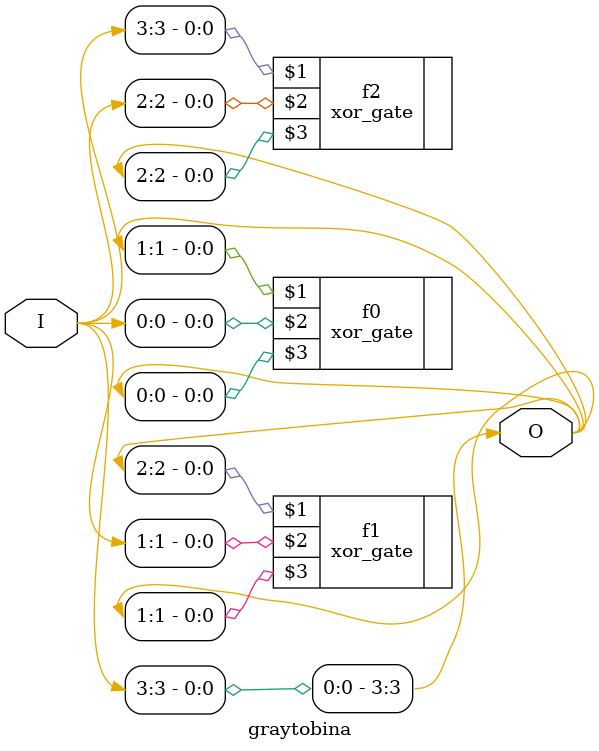
<source format=v>
`timescale 1ns / 1ps


module graytobina(
    input [3:0] I,
    output [3:0] O
    );
    
        assign O[3] = I[3];
    xor_gate f2 (O[3] , I[2], O[2]);
    xor_gate f1 (O[2] , I[1], O[1]);
    xor_gate f0 (O[1] , I[0], O[0]);
endmodule

</source>
